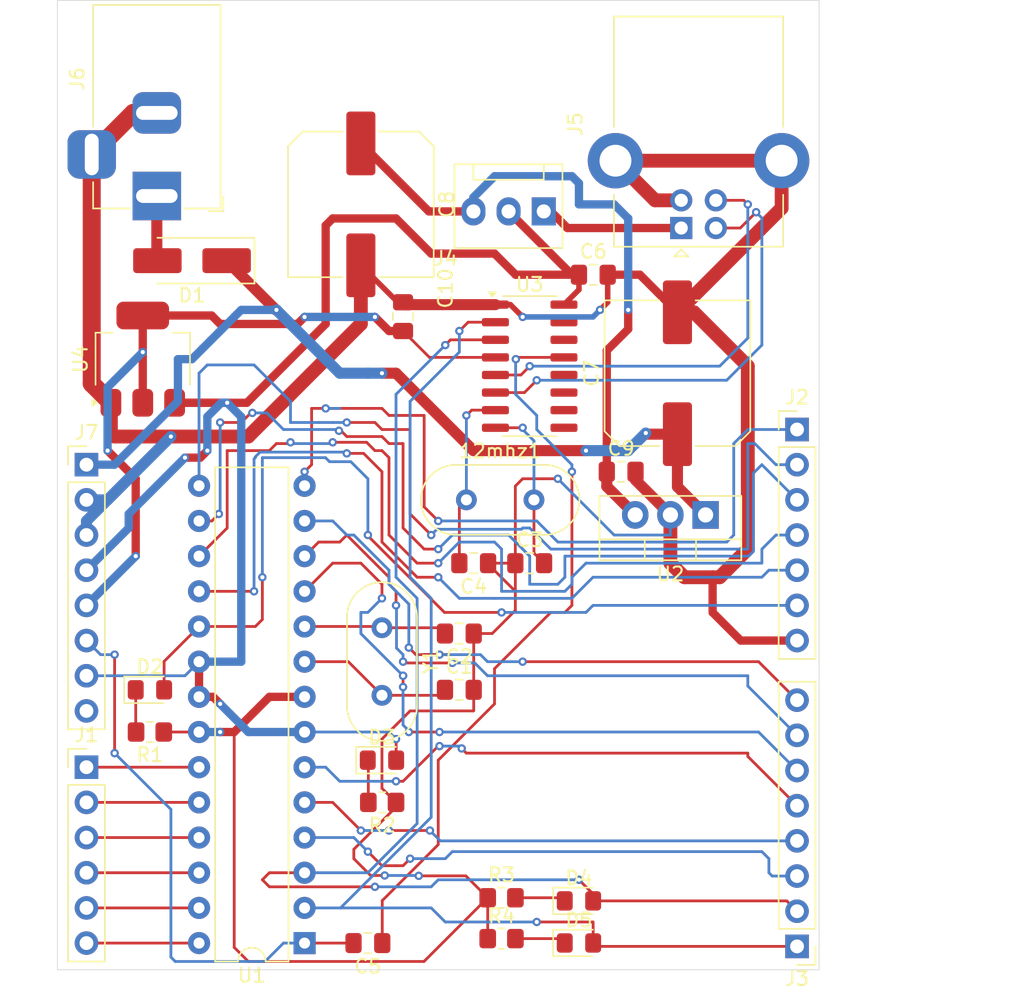
<source format=kicad_pcb>
(kicad_pcb (version 20240108) (generator "pcbnew") (generator_version "8.0")
  (layers (0 "F.Cu" signal) (31 "B.Cu" signal) (34 "B.Paste" user) (35 "F.Paste" user) (36 "B.SilkS" user "B.Silkscreen") (37 "F.SilkS" user "F.Silkscreen") (38 "B.Mask" user) (39 "F.Mask" user) (44 "Edge.Cuts" user))
  (net 0 "")
  (net 1 "Net-(U1-XTAL1{slash}PB6)")
  (net 2 "GND")
  (net 3 "Net-(U1-XTAL2{slash}PB7)")
  (net 4 "Net-(U3-XO)")
  (net 5 "Net-(U3-XI)")
  (net 6 "RST")
  (net 7 "Net-(U3-~{DTR})")
  (net 8 "VCC")
  (net 9 "VIN")
  (net 10 "5V")
  (net 11 "3.3V")
  (net 12 "Net-(D1-A)")
  (net 13 "D13")
  (net 14 "Net-(D2-K)")
  (net 15 "Net-(D3-K)")
  (net 16 "Net-(D4-K)")
  (net 17 "TXD")
  (net 18 "RXD")
  (net 19 "Net-(D5-K)")
  (net 20 "5VU")
  (net 21 "A5")
  (net 22 "A4")
  (net 23 "A1")
  (net 24 "A2")
  (net 25 "A0")
  (net 26 "A3")
  (net 27 "D8")
  (net 28 "D12")
  (net 29 "D9")
  (net 30 "D11")
  (net 31 "D10")
  (net 32 "D2")
  (net 33 "D6")
  (net 34 "D5")
  (net 35 "D7")
  (net 36 "D4")
  (net 37 "D3")
  (net 38 "Net-(J5-D-)")
  (net 39 "Net-(J5-D+)")
  (footprint "Connector_PinHeader_2.54mm:PinHeader_1x08_P2.54mm_Vertical" (layer "F.Cu") (at 59.436 97.536)
    (property "Reference" "J7")
    (property "Value" "Conn_01x08_Pin")
  )
  (footprint "LED_SMD:LED_0805_2012Metric_Pad1.15x1.40mm_HandSolder" (layer "F.Cu") (at 80.772 118.872)
    (property "Reference" "D3")
    (property "Value" "LED")
  )
  (footprint "Capacitor_SMD:C_Elec_10x10.2" (layer "F.Cu") (at 102.108 90.932 90)
    (property "Reference" "C7")
    (property "Value" "100uF")
  )
  (footprint "Crystal:Crystal_HC49-4H_Vertical" (layer "F.Cu") (at 80.772 109.31 -90)
    (property "Reference" "Y1")
    (property "Value" "Crystal")
  )
  (footprint "Resistor_SMD:R_0805_2012Metric_Pad1.20x1.40mm_HandSolder" (layer "F.Cu") (at 89.408 128.807)
    (property "Reference" "R3")
    (property "Value" "330R")
  )
  (footprint "Capacitor_SMD:C_0805_2012Metric_Pad1.18x1.45mm_HandSolder" (layer "F.Cu") (at 96.0335 83.82)
    (property "Reference" "C6")
    (property "Value" "100nF")
  )
  (footprint "LED_SMD:LED_0805_2012Metric_Pad1.15x1.40mm_HandSolder" (layer "F.Cu") (at 94.996 129.032)
    (property "Reference" "D4")
    (property "Value" "LED")
  )
  (footprint "Capacitor_SMD:C_0805_2012Metric_Pad1.18x1.45mm_HandSolder" (layer "F.Cu") (at 86.36 109.728 180)
    (property "Reference" "C2")
    (property "Value" "22pf")
  )
  (footprint "Package_DIP:DIP-28_W7.62mm" (layer "F.Cu") (at 75.184 132.08 180)
    (property "Reference" "U1")
    (property "Value" "ATmega328-P")
  )
  (footprint "LED_SMD:LED_0805_2012Metric_Pad1.15x1.40mm_HandSolder" (layer "F.Cu") (at 94.996 132.072)
    (property "Reference" "D5")
    (property "Value" "LED")
  )
  (footprint "Connector_PinHeader_2.54mm:PinHeader_1x06_P2.54mm_Vertical" (layer "F.Cu") (at 59.436 119.38)
    (property "Reference" "J1")
    (property "Value" "Conn_01x06_Pin")
  )
  (footprint "Capacitor_SMD:C_0805_2012Metric_Pad1.18x1.45mm_HandSolder" (layer "F.Cu") (at 86.36 113.792)
    (property "Reference" "C1")
    (property "Value" "22pf")
  )
  (footprint "LED_SMD:LED_0805_2012Metric_Pad1.15x1.40mm_HandSolder" (layer "F.Cu") (at 64.017 113.792)
    (property "Reference" "D2")
    (property "Value" "LED")
  )
  (footprint "Connector:FanPinHeader_1x03_P2.54mm_Vertical" (layer "F.Cu") (at 92.456 79.248 180)
    (property "Reference" "J4")
    (property "Value" "Conn_01x03_Pin")
  )
  (footprint "Package_SO:SOIC-16_3.9x9.9mm_P1.27mm" (layer "F.Cu") (at 91.44 90.424)
    (property "Reference" "U3")
    (property "Value" "CH340G")
  )
  (footprint "Connector_USB:USB_B_Lumberg_2411_02_Horizontal" (layer "F.Cu") (at 102.382 80.4475 90)
    (property "Reference" "J5")
    (property "Value" "USB_B")
  )
  (footprint "Capacitor_SMD:C_Elec_10x10.2" (layer "F.Cu") (at 79.248 78.74 -90)
    (property "Reference" "C8")
    (property "Value" "100uF")
  )
  (footprint "Connector_PinHeader_2.54mm:PinHeader_1x08_P2.54mm_Vertical" (layer "F.Cu") (at 110.744 132.319 180)
    (property "Reference" "J3")
    (property "Value" "Conn_01x08_Pin")
  )
  (footprint "Diode_SMD:D_SMA_Handsoldering" (layer "F.Cu") (at 67.056 82.804 180)
    (property "Reference" "D1")
    (property "Value" "IN4007")
  )
  (footprint "Crystal:Crystal_HC49-4H_Vertical" (layer "F.Cu") (at 86.868 100.076)
    (property "Reference" "12mhz1")
    (property "Value" "Crystal")
  )
  (footprint "Resistor_SMD:R_0805_2012Metric_Pad1.20x1.40mm_HandSolder" (layer "F.Cu") (at 80.788 121.92 180)
    (property "Reference" "R2")
    (property "Value" "330R")
  )
  (footprint "Resistor_SMD:R_0805_2012Metric_Pad1.20x1.40mm_HandSolder" (layer "F.Cu") (at 89.408 131.757)
    (property "Reference" "R4")
    (property "Value" "330R")
  )
  (footprint "Connector_BarrelJack:BarrelJack_Horizontal" (layer "F.Cu") (at 64.516 78.136 -90)
    (property "Reference" "J6")
    (property "Value" "Barrel_Jack_Switch")
  )
  (footprint "Package_TO_SOT_THT:TO-220-3_Vertical" (layer "F.Cu") (at 104.14 101.163 180)
    (property "Reference" "U2")
    (property "Value" "LM7805_TO220")
  )
  (footprint "Capacitor_SMD:C_0805_2012Metric_Pad1.18x1.45mm_HandSolder" (layer "F.Cu") (at 82.296 86.8465 90)
    (property "Reference" "C10")
    (property "Value" "100nF")
  )
  (footprint "Resistor_SMD:R_0805_2012Metric_Pad1.20x1.40mm_HandSolder" (layer "F.Cu") (at 64.017 116.84 180)
    (property "Reference" "R1")
    (property "Value" "330R")
  )
  (footprint "Capacitor_SMD:C_0805_2012Metric_Pad1.18x1.45mm_HandSolder" (layer "F.Cu") (at 79.756 132.08 180)
    (property "Reference" "C5")
    (property "Value" "100nF")
  )
  (footprint "Capacitor_SMD:C_0805_2012Metric_Pad1.18x1.45mm_HandSolder" (layer "F.Cu") (at 98.044 98.044)
    (property "Reference" "C9")
    (property "Value" "100nF")
  )
  (footprint "Package_TO_SOT_SMD:SOT-223-3_TabPin2" (layer "F.Cu") (at 63.5 89.916 90)
    (property "Reference" "U4")
    (property "Value" "AMS1117-3.3")
  )
  (footprint "Capacitor_SMD:C_0805_2012Metric_Pad1.18x1.45mm_HandSolder" (layer "F.Cu") (at 91.44 104.648)
    (property "Reference" "C3")
    (property "Value" "22pf")
  )
  (footprint "Capacitor_SMD:C_0805_2012Metric_Pad1.18x1.45mm_HandSolder" (layer "F.Cu") (at 87.3975 104.648 180)
    (property "Reference" "C4")
    (property "Value" "22pf")
  )
  (footprint "Connector_PinHeader_2.54mm:PinHeader_1x07_P2.54mm_Vertical" (layer "F.Cu") (at 110.744 94.996)
    (property "Reference" "J2")
    (property "Value" "Conn_01x07_Pin")
  )
  (gr_rect (start 57.336 64.008) (end 112.336 134.008) (stroke (width 0.05)) (fill none) (layer "Edge.Cuts"))
  (segment (start 80.772 114.19) (end 84.9245 114.19) (width 0.2) (layer "F.Cu") (net 1))
  (segment (start 84.9245 114.19) (end 85.3225 113.792) (width 0.2) (layer "F.Cu") (net 1))
  (segment (start 78.342 111.76) (end 80.772 114.19) (width 0.2) (layer "F.Cu") (net 1))
  (segment (start 75.184 111.76) (end 78.342 111.76) (width 0.2) (layer "F.Cu") (net 1))
  (segment (start 71.12 95.504) (end 65.532 95.504) (width 1) (layer "F.Cu") (net 2))
  (segment (start 104.648 108.204) (end 104.648 105.664) (width 0.6) (layer "F.Cu") (net 2))
  (segment (start 88.408 131.757) (end 88.408 128.807) (width 0.2) (layer "F.Cu") (net 2))
  (segment (start 102.616 105.664) (end 101.6 104.648) (width 1) (layer "F.Cu") (net 2))
  (segment (start 102.108 86.532) (end 103.296 86.532) (width 1) (layer "F.Cu") (net 2))
  (segment (start 82.804 115.316) (end 87.376 115.316) (width 0.2) (layer "F.Cu") (net 2))
  (segment (start 79.248 83.14) (end 79.248 87.376) (width 1) (layer "F.Cu") (net 2))
  (segment (start 81.788 121.92) (end 80.772 120.904) (width 0.2) (layer "F.Cu") (net 2))
  (segment (start 90.4025 99.0815) (end 90.4025 104.648) (width 0.2) (layer "F.Cu") (net 2))
  (segment (start 86.825265 127.224265) (end 88.408 128.807) (width 0.2) (layer "F.Cu") (net 2))
  (segment (start 61.468 95.504) (end 61.2 95.236) (width 1) (layer "F.Cu") (net 2))
  (segment (start 99.0815 98.044) (end 99.0815 98.6445) (width 0.8) (layer "F.Cu") (net 2))
  (segment (start 110.744 110.236) (end 106.68 110.236) (width 0.6) (layer "F.Cu") (net 2))
  (segment (start 78.74 125.984) (end 78.74 125.308529) (width 0.2) (layer "F.Cu") (net 2))
  (segment (start 71.12 133.408) (end 70.104 132.392) (width 0.2) (layer "F.Cu") (net 2))
  (segment (start 90.4025 104.648) (end 90.4025 106.68) (width 0.2) (layer "F.Cu") (net 2))
  (segment (start 99.396 83.82) (end 102.108 86.532) (width 0.6) (layer "F.Cu") (net 2))
  (segment (start 97.632 75.5875) (end 109.632 75.5875) (width 1) (layer "F.Cu") (net 2))
  (segment (start 87.3975 109.728) (end 87.3975 113.792) (width 0.2) (layer "F.Cu") (net 2))
  (segment (start 99.0815 98.6445) (end 101.6 101.163) (width 0.8) (layer "F.Cu") (net 2))
  (segment (start 87.3975 115.2945) (end 87.3975 113.792) (width 0.2) (layer "F.Cu") (net 2))
  (segment (start 59.816 91.682) (end 61.2 93.066) (width 1.3) (layer "F.Cu") (net 2))
  (segment (start 92.456 98.552) (end 93.472 98.552) (width 0.2) (layer "F.Cu") (net 2))
  (segment (start 78.74 125.308529) (end 81.788 122.260529) (width 0.2) (layer "F.Cu") (net 2))
  (segment (start 83.807 133.408) (end 71.12 133.408) (width 0.2) (layer "F.Cu") (net 2))
  (segment (start 82.466 85.979) (end 82.296 85.809) (width 0.8) (layer "F.Cu") (net 2))
  (segment (start 103.296 86.532) (end 107.188 90.424) (width 1) (layer "F.Cu") (net 2))
  (segment (start 106.68 110.236) (end 104.648 108.204) (width 0.6) (layer "F.Cu") (net 2))
  (segment (start 90.4025 104.648) (end 88.435 104.648) (width 0.2) (layer "F.Cu") (net 2))
  (segment (start 79.248 87.376) (end 71.12 95.504) (width 1) (layer "F.Cu") (net 2))
  (segment (start 90.4025 106.68) (end 90.4025 108.058029) (width 0.2) (layer "F.Cu") (net 2))
  (segment (start 97.071 83.82) (end 97.071 85.809) (width 0.4) (layer "F.Cu") (net 2))
  (segment (start 88.965 85.979) (end 90.043 85.979) (width 0.4) (layer "F.Cu") (net 2))
  (segment (start 88.435 104.7125) (end 90.4025 106.68) (width 0.2) (layer "F.Cu") (net 2))
  (segment (start 72.644 114.3) (end 75.184 114.3) (width 0.6) (layer "F.Cu") (net 2))
  (segment (start 109.632 79.008) (end 102.108 86.532) (width 1) (layer "F.Cu") (net 2))
  (segment (start 88.965 85.979) (end 82.466 85.979) (width 0.8) (layer "F.Cu") (net 2))
  (segment (start 79.955108 127.199108) (end 78.74 125.984) (width 0.2) (layer "F.Cu") (net 2))
  (segment (start 69.088 116.84) (end 70.104 116.84) (width 0.6) (layer "F.Cu") (net 2))
  (segment (start 90.932 98.552) (end 90.4025 99.0815) (width 0.2) (layer "F.Cu") (net 2))
  (segment (start 81.788 122.260529) (end 81.788 121.92) (width 0.2) (layer "F.Cu") (net 2))
  (segment (start 80.772 120.904) (end 80.772 117.348) (width 0.2) (layer "F.Cu") (net 2))
  (segment (start 88.435 104.648) (end 88.435 104.7125) (width 0.2) (layer "F.Cu") (net 2))
  (segment (start 90.043 85.979) (end 90.932 86.868) (width 0.4) (layer "F.Cu") (net 2))
  (segment (start 80.772 117.348) (end 82.804 115.316) (width 0.2) (layer "F.Cu") (net 2))
  (segment (start 59.816 75.136) (end 59.816 91.682) (width 1.3) (layer "F.Cu") (net 2))
  (segment (start 87.376 115.316) (end 87.3975 115.2945) (width 0.2) (layer "F.Cu") (net 2))
  (segment (start 104.648 105.664) (end 102.616 105.664) (width 1) (layer "F.Cu") (net 2))
  (segment (start 62.816 72.136) (end 59.816 75.136) (width 1.3) (layer "F.Cu") (net 2))
  (segment (start 100.492 78.4475) (end 97.632 75.5875) (width 1) (layer "F.Cu") (net 2))
  (segment (start 109.632 75.5875) (end 109.632 79.008) (width 1) (layer "F.Cu") (net 2))
  (segment (start 70.104 116.84) (end 72.644 114.3) (width 0.6) (layer "F.Cu") (net 2))
  (segment (start 101.6 104.648) (end 101.6 101.163) (width 1) (layer "F.Cu") (net 2))
  (segment (start 88.732529 109.728) (end 87.3975 109.728) (width 0.2) (layer "F.Cu") (net 2))
  (segment (start 90.4025 108.058029) (end 88.732529 109.728) (width 0.2) (layer "F.Cu") (net 2))
  (segment (start 79.248 83.14) (end 81.917 85.809) (width 0.4) (layer "F.Cu") (net 2))
  (segment (start 102.382 78.4475) (end 100.492 78.4475) (width 1) (layer "F.Cu") (net 2))
  (segment (start 81.917 85.809) (end 82.296 85.809) (width 0.4) (layer "F.Cu") (net 2))
  (segment (start 83.428265 127.224265) (end 86.825265 127.224265) (width 0.2) (layer "F.Cu") (net 2))
  (segment (start 70.104 132.392) (end 70.104 116.84) (width 0.2) (layer "F.Cu") (net 2))
  (segment (start 65.017 116.84) (end 67.564 116.84) (width 0.2) (layer "F.Cu") (net 2))
  (segment (start 80.971108 127.199108) (end 79.955108 127.199108) (width 0.2) (layer "F.Cu") (net 2))
  (segment (start 107.188 90.424) (end 107.188 103.632) (width 1) (layer "F.Cu") (net 2))
  (segment (start 107.188 103.632) (end 105.156 105.664) (width 1) (layer "F.Cu") (net 2))
  (segment (start 97.071 83.82) (end 99.396 83.82) (width 0.6) (layer "F.Cu") (net 2))
  (segment (start 88.408 128.807) (end 83.807 133.408) (width 0.2) (layer "F.Cu") (net 2))
  (segment (start 64.516 72.136) (end 62.816 72.136) (width 1.3) (layer "F.Cu") (net 2))
  (segment (start 105.156 105.664) (end 104.648 105.664) (width 1) (layer "F.Cu") (net 2))
  (segment (start 90.932 98.552) (end 92.456 98.552) (width 0.2) (layer "F.Cu") (net 2))
  (segment (start 97.071 85.809) (end 96.52 86.36) (width 0.4) (layer "F.Cu") (net 2))
  (segment (start 65.532 95.504) (end 61.468 95.504) (width 1) (layer "F.Cu") (net 2))
  (segment (start 61.2 95.236) (end 61.2 93.066) (width 1) (layer "F.Cu") (net 2))
  (via (at 69.088 116.84) (size 0.6) (drill 0.3) (layers "F.Cu" "B.Cu") (net 2))
  (via (at 83.428265 127.224265) (size 0.6) (drill 0.3) (layers "F.Cu" "B.Cu") (net 2))
  (via (at 80.971108 127.199108) (size 0.6) (drill 0.3) (layers "F.Cu" "B.Cu") (net 2))
  (via (at 93.472 98.552) (size 0.6) (drill 0.3) (layers "F.Cu" "B.Cu") (net 2))
  (via (at 96.52 86.36) (size 0.6) (drill 0.3) (layers "F.Cu" "B.Cu") (net 2))
  (via (at 90.932 86.868) (size 0.6) (drill 0.3) (layers "F.Cu" "B.Cu") (net 2))
  (via (at 65.532 95.504) (size 0.6) (drill 0.3) (layers "F.Cu" "B.Cu") (net 2))
  (segment (start 60.96 100.076) (end 62.738 98.298) (width 0.8) (layer "B.Cu") (net 2))
  (segment (start 62.738 98.298) (end 59.436 101.6) (width 0.8) (layer "B.Cu") (net 2))
  (segment (start 81.062216 127.108) (end 80.971108 127.199108) (width 0.2) (layer "B.Cu") (net 2))
  (segment (start 59.436 100.076) (end 60.96 100.076) (width 0.8) (layer "B.Cu") (net 2))
  (segment (start 96.012 86.868) (end 90.932 86.868) (width 0.4) (layer "B.Cu") (net 2))
  (segment (start 101.6 102.616) (end 101.6 101.163) (width 0.2) (layer "B.Cu") (net 2))
  (segment (start 96.52 86.36) (end 96.012 86.868) (width 0.4) (layer "B.Cu") (net 2))
  (segment (start 69.088 116.84) (end 67.564 116.84) (width 0.6) (layer "B.Cu") (net 2))
  (segment (start 83.428265 127.224265) (end 83.403108 127.199108) (width 0.2) (layer "B.Cu") (net 2))
  (segment (start 59.436 101.6) (end 59.436 102.616) (width 0.8) (layer "B.Cu") (net 2))
  (segment (start 83.428265 127.224265) (end 83.312 127.108) (width 0.2) (layer "B.Cu") (net 2))
  (segment (start 62.738 98.298) (end 65.532 95.504) (width 0.8) (layer "B.Cu") (net 2))
  (segment (start 93.472 98.552) (end 97.536 102.616) (width 0.2) (layer "B.Cu") (net 2))
  (segment (start 83.403108 127.199108) (end 80.971108 127.199108) (width 0.2) (layer "B.Cu") (net 2))
  (segment (start 97.536 102.616) (end 101.6 102.616) (width 0.2) (layer "B.Cu") (net 2))
  (segment (start 80.772 109.31) (end 84.9045 109.31) (width 0.2) (layer "F.Cu") (net 3))
  (segment (start 84.9045 109.31) (end 85.3225 109.728) (width 0.2) (layer "F.Cu") (net 3))
  (segment (start 80.682 109.22) (end 80.772 109.31) (width 0.2) (layer "F.Cu") (net 3))
  (segment (start 75.184 109.22) (end 80.682 109.22) (width 0.2) (layer "F.Cu") (net 3))
  (segment (start 91.748 100.076) (end 91.748 103.9185) (width 0.2) (layer "F.Cu") (net 4))
  (segment (start 90.932 94.869) (end 88.965 94.869) (width 0.2) (layer "F.Cu") (net 4))
  (segment (start 91.748 103.9185) (end 92.4775 104.648) (width 0.2) (layer "F.Cu") (net 4))
  (via (at 90.932 94.869) (size 0.6) (drill 0.3) (layers "F.Cu" "B.Cu") (net 4))
  (segment (start 91.748 95.812) (end 91.748 100.076) (width 0.2) (layer "B.Cu") (net 4))
  (segment (start 90.932 94.869) (end 90.932 94.996) (width 0.2) (layer "B.Cu") (net 4))
  (segment (start 90.932 94.996) (end 91.748 95.812) (width 0.2) (layer "B.Cu") (net 4))
  (segment (start 87.249 93.599) (end 86.868 93.98) (width 0.2) (layer "F.Cu") (net 5))
  (segment (start 86.36 104.648) (end 86.36 100.584) (width 0.2) (layer "F.Cu") (net 5))
  (segment (start 86.36 100.584) (end 86.868 100.076) (width 0.2) (layer "F.Cu") (net 5))
  (segment (start 88.965 93.599) (end 87.249 93.599) (width 0.2) (layer "F.Cu") (net 5))
  (via (at 86.868 93.98) (size 0.6) (drill 0.3) (layers "F.Cu" "B.Cu") (net 5))
  (segment (start 86.868 93.98) (end 86.868 100.076) (width 0.2) (layer "B.Cu") (net 5))
  (segment (start 75.184 132.08) (end 78.7185 132.08) (width 0.2) (layer "F.Cu") (net 6))
  (segment (start 61.468 111.252) (end 61.468 118.364) (width 0.2) (layer "F.Cu") (net 6))
  (via (at 61.468 118.364) (size 0.6) (drill 0.3) (layers "F.Cu" "B.Cu") (net 6))
  (via (at 61.468 111.252) (size 0.6) (drill 0.3) (layers "F.Cu" "B.Cu") (net 6))
  (segment (start 65.532 122.428) (end 65.532 133.096) (width 0.2) (layer "B.Cu") (net 6))
  (segment (start 60.452 111.252) (end 61.468 111.252) (width 0.2) (layer "B.Cu") (net 6))
  (segment (start 72.332 133.408) (end 73.66 132.08) (width 0.2) (layer "B.Cu") (net 6))
  (segment (start 65.844 133.408) (end 72.332 133.408) (width 0.2) (layer "B.Cu") (net 6))
  (segment (start 61.468 118.364) (end 65.532 122.428) (width 0.2) (layer "B.Cu") (net 6))
  (segment (start 73.66 132.08) (end 75.184 132.08) (width 0.2) (layer "B.Cu") (net 6))
  (segment (start 65.532 133.096) (end 65.844 133.408) (width 0.2) (layer "B.Cu") (net 6))
  (segment (start 59.436 110.236) (end 60.452 111.252) (width 0.2) (layer "B.Cu") (net 6))
  (segment (start 93.98 108.204) (end 94.488 107.696) (width 0.2) (layer "F.Cu") (net 7))
  (segment (start 88.392 115.316) (end 88.9 114.808) (width 0.2) (layer "F.Cu") (net 7))
  (segment (start 88.9 112.268) (end 92.964 108.204) (width 0.2) (layer "F.Cu") (net 7))
  (segment (start 94.488 107.696) (end 94.488 98.044) (width 0.2) (layer "F.Cu") (net 7))
  (segment (start 84.836 118.872) (end 88.392 115.316) (width 0.2) (layer "F.Cu") (net 7))
  (segment (start 92.964 108.204) (end 93.98 108.204) (width 0.2) (layer "F.Cu") (net 7))
  (segment (start 80.7935 129.0105) (end 84.836 124.968) (width 0.2) (layer "F.Cu") (net 7))
  (segment (start 88.9 114.808) (end 88.9 112.268) (width 0.2) (layer "F.Cu") (net 7))
  (segment (start 80.7935 132.08) (end 80.7935 129.0105) (width 0.2) (layer "F.Cu") (net 7))
  (segment (start 84.836 124.968) (end 84.836 118.872) (width 0.2) (layer "F.Cu") (net 7))
  (segment (start 93.915 89.789) (end 90.567 89.789) (width 0.2) (layer "F.Cu") (net 7))
  (segment (start 90.567 89.789) (end 90.44 89.916) (width 0.2) (layer "F.Cu") (net 7))
  (via (at 90.44 89.916) (size 0.6) (drill 0.3) (layers "F.Cu" "B.Cu") (net 7))
  (via (at 94.488 98.044) (size 0.6) (drill 0.3) (layers "F.Cu" "B.Cu") (net 7))
  (segment (start 91.948 94.996) (end 91.948 93.98) (width 0.2) (layer "B.Cu") (net 7))
  (segment (start 91.948 93.98) (end 90.424 92.456) (width 0.2) (layer "B.Cu") (net 7))
  (segment (start 90.424 92.456) (end 90.424 89.916) (width 0.2) (layer "B.Cu") (net 7))
  (segment (start 90.424 89.916) (end 90.44 89.916) (width 0.2) (layer "B.Cu") (net 7))
  (segment (start 94.488 98.044) (end 94.488 97.536) (width 0.2) (layer "B.Cu") (net 7))
  (segment (start 94.488 97.536) (end 91.948 94.996) (width 0.2) (layer "B.Cu") (net 7))
  (segment (start 81.797 118.872) (end 81.797 117.357) (width 0.2) (layer "F.Cu") (net 8))
  (segment (start 84.328 82.296) (end 88.9 82.296) (width 0.6) (layer "F.Cu") (net 8))
  (segment (start 94.996 84.898) (end 94.996 83.82) (width 0.4) (layer "F.Cu") (net 8))
  (segment (start 90.424 83.82) (end 94.996 83.82) (width 0.6) (layer "F.Cu") (net 8))
  (segment (start 69.596 93.066) (end 65.8 93.066) (width 0.6) (layer "F.Cu") (net 8))
  (segment (start 76.708 80.264) (end 77.216 79.756) (width 0.6) (layer "F.Cu") (net 8))
  (segment (start 93.915 85.979) (end 94.996 84.898) (width 0.4) (layer "F.Cu") (net 8))
  (segment (start 67.564 114.3) (end 68.58 114.3) (width 0.6) (layer "F.Cu") (net 8))
  (segment (start 81.797 117.357) (end 81.788 117.348) (width 0.2) (layer "F.Cu") (net 8))
  (segment (start 89.916 79.248) (end 94.488 83.82) (width 0.6) (layer "F.Cu") (net 8))
  (segment (start 67.564 111.76) (end 67.564 114.3) (width 0.6) (layer "F.Cu") (net 8))
  (segment (start 81.788 79.756) (end 84.328 82.296) (width 0.6) (layer "F.Cu") (net 8))
  (segment (start 67.656 97.028) (end 68.164 96.52) (width 0.6) (layer "F.Cu") (net 8))
  (segment (start 68.58 114.3) (end 69.088 114.808) (width 0.6) (layer "F.Cu") (net 8))
  (segment (start 88.9 82.296) (end 90.424 83.82) (width 0.6) (layer "F.Cu") (net 8))
  (segment (start 65.8 93.066) (end 71.018 93.066) (width 0.6) (layer "F.Cu") (net 8))
  (segment (start 76.708 87.376) (end 76.708 80.264) (width 0.6) (layer "F.Cu") (net 8))
  (segment (start 77.216 79.756) (end 81.788 79.756) (width 0.6) (layer "F.Cu") (net 8))
  (segment (start 66.548 97.028) (end 67.656 97.028) (width 0.6) (layer "F.Cu") (net 8))
  (segment (start 71.018 93.066) (end 76.708 87.376) (width 0.6) (layer "F.Cu") (net 8))
  (segment (start 94.488 83.82) (end 94.996 83.82) (width 0.6) (layer "F.Cu") (net 8))
  (via (at 81.788 117.348) (size 0.6) (drill 0.3) (layers "F.Cu" "B.Cu") (net 8))
  (via (at 69.088 114.808) (size 0.6) (drill 0.3) (layers "F.Cu" "B.Cu") (net 8))
  (via (at 68.164 96.52) (size 0.6) (drill 0.3) (layers "F.Cu" "B.Cu") (net 8))
  (via (at 69.596 93.066) (size 0.6) (drill 0.3) (layers "F.Cu" "B.Cu") (net 8))
  (via (at 66.548 97.028) (size 0.6) (drill 0.3) (layers "F.Cu" "B.Cu") (net 8))
  (segment (start 66.548 112.776) (end 67.564 111.76) (width 0.2) (layer "B.Cu") (net 8))
  (segment (start 68.164 94.072) (end 69.17 93.066) (width 0.6) (layer "B.Cu") (net 8))
  (segment (start 81.28 116.84) (end 75.184 116.84) (width 0.2) (layer "B.Cu") (net 8))
  (segment (start 69.17 93.066) (end 69.596 93.066) (width 0.6) (layer "B.Cu") (net 8))
  (segment (start 62.484 101.092) (end 62.484 102.108) (width 0.6) (layer "B.Cu") (net 8))
  (segment (start 66.548 97.028) (end 62.484 101.092) (width 0.6) (layer "B.Cu") (net 8))
  (segment (start 71.12 116.84) (end 75.184 116.84) (width 0.6) (layer "B.Cu") (net 8))
  (segment (start 69.596 93.066) (end 70.612 94.082) (width 0.6) (layer "B.Cu") (net 8))
  (segment (start 70.612 111.76) (end 67.564 111.76) (width 0.6) (layer "B.Cu") (net 8))
  (segment (start 70.612 94.082) (end 70.612 111.76) (width 0.6) (layer "B.Cu") (net 8))
  (segment (start 69.088 114.808) (end 71.12 116.84) (width 0.6) (layer "B.Cu") (net 8))
  (segment (start 68.164 96.52) (end 68.164 94.072) (width 0.6) (layer "B.Cu") (net 8))
  (segment (start 59.436 112.776) (end 66.548 112.776) (width 0.2) (layer "B.Cu") (net 8))
  (segment (start 62.484 102.108) (end 59.436 105.156) (width 0.6) (layer "B.Cu") (net 8))
  (segment (start 81.788 117.348) (end 81.28 116.84) (width 0.2) (layer "B.Cu") (net 8))
  (segment (start 99.904 95.332) (end 102.108 95.332) (width 0.8) (layer "F.Cu") (net 9))
  (segment (start 102.108 95.332) (end 102.108 99.131) (width 0.8) (layer "F.Cu") (net 9))
  (segment (start 87.376 96.52) (end 95.504 96.52) (width 0.8) (layer "F.Cu") (net 9))
  (segment (start 80.772 90.932) (end 81.788 90.932) (width 0.8) (layer "F.Cu") (net 9))
  (segment (start 99.822 95.25) (end 99.904 95.332) (width 0.2) (layer "F.Cu") (net 9))
  (segment (start 69.556 82.804) (end 73.112 86.36) (width 0.8) (layer "F.Cu") (net 9))
  (segment (start 73.112 86.36) (end 73.152 86.36) (width 0.8) (layer "F.Cu") (net 9))
  (segment (start 102.108 99.131) (end 104.14 101.163) (width 0.8) (layer "F.Cu") (net 9))
  (segment (start 81.788 90.932) (end 87.376 96.52) (width 0.8) (layer "F.Cu") (net 9))
  (via (at 99.822 95.25) (size 0.6) (drill 0.3) (layers "F.Cu" "B.Cu") (net 9))
  (via (at 95.504 96.52) (size 0.6) (drill 0.3) (layers "F.Cu" "B.Cu") (net 9))
  (via (at 73.152 86.36) (size 0.6) (drill 0.3) (layers "F.Cu" "B.Cu") (net 9))
  (via (at 80.772 90.932) (size 0.6) (drill 0.3) (layers "F.Cu" "B.Cu") (net 9))
  (segment (start 98.552 96.52) (end 95.504 96.52) (width 0.8) (layer "B.Cu") (net 9))
  (segment (start 67.056 89.916) (end 70.612 86.36) (width 0.6) (layer "B.Cu") (net 9))
  (segment (start 73.152 86.36) (end 77.724 90.932) (width 0.8) (layer "B.Cu") (net 9))
  (segment (start 99.822 95.25) (end 98.552 96.52) (width 0.8) (layer "B.Cu") (net 9))
  (segment (start 61.468 97.536) (end 66.04 92.964) (width 0.6) (layer "B.Cu") (net 9))
  (segment (start 70.612 86.36) (end 73.152 86.36) (width 0.6) (layer "B.Cu") (net 9))
  (segment (start 59.436 97.536) (end 61.468 97.536) (width 0.6) (layer "B.Cu") (net 9))
  (segment (start 79.756 90.932) (end 80.772 90.932) (width 0.8) (layer "B.Cu") (net 9))
  (segment (start 66.04 89.916) (end 67.056 89.916) (width 0.6) (layer "B.Cu") (net 9))
  (segment (start 66.04 92.964) (end 66.04 89.916) (width 0.6) (layer "B.Cu") (net 9))
  (segment (start 77.724 90.932) (end 79.756 90.932) (width 0.8) (layer "B.Cu") (net 9))
  (segment (start 98.552 87.749) (end 98.552 86.36) (width 0.6) (layer "F.Cu") (net 10))
  (segment (start 97.0065 99.1095) (end 97.0065 98.044) (width 0.8) (layer "F.Cu") (net 10))
  (segment (start 97.0065 89.2945) (end 98.552 87.749) (width 0.6) (layer "F.Cu") (net 10))
  (segment (start 99.06 101.163) (end 97.0065 99.1095) (width 0.8) (layer "F.Cu") (net 10))
  (segment (start 84.156 79.248) (end 79.248 74.34) (width 0.6) (layer "F.Cu") (net 10))
  (segment (start 97.0065 98.044) (end 97.0065 89.2945) (width 0.6) (layer "F.Cu") (net 10))
  (segment (start 87.376 79.248) (end 84.156 79.248) (width 0.6) (layer "F.Cu") (net 10))
  (via (at 98.552 86.36) (size 0.6) (drill 0.3) (layers "F.Cu" "B.Cu") (net 10))
  (segment (start 87.376 78.232) (end 87.376 79.248) (width 0.6) (layer "B.Cu") (net 10))
  (segment (start 94.996 77.216) (end 94.488 76.708) (width 0.6) (layer "B.Cu") (net 10))
  (segment (start 98.552 79.756) (end 98.547808 79.756) (width 0.6) (layer "B.Cu") (net 10))
  (segment (start 94.488 76.708) (end 88.9 76.708) (width 0.6) (layer "B.Cu") (net 10))
  (segment (start 97.531808 78.74) (end 94.996 78.74) (width 0.6) (layer "B.Cu") (net 10))
  (segment (start 98.547808 79.756) (end 97.531808 78.74) (width 0.6) (layer "B.Cu") (net 10))
  (segment (start 88.9 76.708) (end 87.376 78.232) (width 0.6) (layer "B.Cu") (net 10))
  (segment (start 94.996 78.74) (end 94.996 77.216) (width 0.6) (layer "B.Cu") (net 10))
  (segment (start 98.552 86.36) (end 98.552 79.756) (width 0.6) (layer "B.Cu") (net 10))
  (segment (start 62.992 98.552) (end 62.992 104.14) (width 0.6) (layer "F.Cu") (net 11))
  (segment (start 63.5 89.408) (end 63.5 86.766) (width 0.6) (layer "F.Cu") (net 11))
  (segment (start 63.5 93.066) (end 63.5 89.408) (width 0.6) (layer "F.Cu") (net 11))
  (segment (start 69.088 87.376) (end 74.676 87.376) (width 0.6) (layer "F.Cu") (net 11))
  (segment (start 84.201 89.789) (end 82.296 87.884) (width 0.2) (layer "F.Cu") (net 11))
  (segment (start 63.5 86.766) (end 68.478 86.766) (width 0.6) (layer "F.Cu") (net 11))
  (segment (start 80.264 86.868) (end 81.28 87.884) (width 0.6) (layer "F.Cu") (net 11))
  (segment (start 81.28 87.884) (end 82.296 87.884) (width 0.6) (layer "F.Cu") (net 11))
  (segment (start 68.478 86.766) (end 69.088 87.376) (width 0.6) (layer "F.Cu") (net 11))
  (segment (start 74.676 87.376) (end 75.184 86.868) (width 0.6) (layer "F.Cu") (net 11))
  (segment (start 60.96 96.52) (end 62.992 98.552) (width 0.6) (layer "F.Cu") (net 11))
  (segment (start 88.965 89.789) (end 84.201 89.789) (width 0.2) (layer "F.Cu") (net 11))
  (via (at 60.96 96.52) (size 0.6) (drill 0.3) (layers "F.Cu" "B.Cu") (net 11))
  (via (at 62.992 104.14) (size 0.6) (drill 0.3) (layers "F.Cu" "B.Cu") (net 11))
  (via (at 63.5 89.408) (size 0.6) (drill 0.3) (layers "F.Cu" "B.Cu") (net 11))
  (via (at 75.184 86.868) (size 0.6) (drill 0.3) (layers "F.Cu" "B.Cu") (net 11))
  (via (at 80.264 86.868) (size 0.6) (drill 0.3) (layers "F.Cu" "B.Cu") (net 11))
  (segment (start 60.96 96.52) (end 60.96 91.948) (width 0.6) (layer "B.Cu") (net 11))
  (segment (start 59.436 107.696) (end 62.992 104.14) (width 0.6) (layer "B.Cu") (net 11))
  (segment (start 75.184 86.868) (end 80.264 86.868) (width 0.6) (layer "B.Cu") (net 11))
  (segment (start 60.96 91.948) (end 63.5 89.408) (width 0.6) (layer "B.Cu") (net 11))
  (segment (start 64.516 78.136) (end 64.516 82.764) (width 0.8) (layer "F.Cu") (net 12))
  (segment (start 64.516 82.764) (end 64.556 82.804) (width 0.8) (layer "F.Cu") (net 12))
  (segment (start 65.042 111.742) (end 67.564 109.22) (width 0.2) (layer "F.Cu") (net 13))
  (segment (start 72.136 108.712) (end 72.136 105.664) (width 0.2) (layer "F.Cu") (net 13))
  (segment (start 85.286314 108.204) (end 89.408 108.204) (width 0.2) (layer "F.Cu") (net 13))
  (segment (start 71.628 109.22) (end 72.136 108.712) (width 0.2) (layer "F.Cu") (net 13))
  (segment (start 79.756 102.616) (end 79.756 102.673686) (width 0.2) (layer "F.Cu") (net 13))
  (segment (start 65.042 113.792) (end 65.042 111.742) (width 0.2) (layer "F.Cu") (net 13))
  (segment (start 79.756 102.673686) (end 85.286314 108.204) (width 0.2) (layer "F.Cu") (net 13))
  (segment (start 67.564 109.22) (end 71.628 109.22) (width 0.2) (layer "F.Cu") (net 13))
  (via (at 72.136 105.664) (size 0.6) (drill 0.3) (layers "F.Cu" "B.Cu") (net 13))
  (via (at 79.756 102.616) (size 0.6) (drill 0.3) (layers "F.Cu" "B.Cu") (net 13))
  (via (at 89.408 108.204) (size 0.6) (drill 0.3) (layers "F.Cu" "B.Cu") (net 13))
  (segment (start 72.136 97.028) (end 72.136 105.664) (width 0.2) (layer "B.Cu") (net 13))
  (segment (start 96.012 107.696) (end 110.744 107.696) (width 0.2) (layer "B.Cu") (net 13))
  (segment (start 79.756 102.616) (end 79.756 98.552) (width 0.2) (layer "B.Cu") (net 13))
  (segment (start 89.408 108.204) (end 95.504 108.204) (width 0.2) (layer "B.Cu") (net 13))
  (segment (start 78.524003 97.320003) (end 76.983737 97.320003) (width 0.2) (layer "B.Cu") (net 13))
  (segment (start 76.691734 97.028) (end 72.136 97.028) (width 0.2) (layer "B.Cu") (net 13))
  (segment (start 79.756 98.552) (end 78.524003 97.320003) (width 0.2) (layer "B.Cu") (net 13))
  (segment (start 95.504 108.204) (end 96.012 107.696) (width 0.2) (layer "B.Cu") (net 13))
  (segment (start 76.983737 97.320003) (end 76.691734 97.028) (width 0.2) (layer "B.Cu") (net 13))
  (segment (start 62.992 113.792) (end 62.992 116.815) (width 0.2) (layer "F.Cu") (net 14))
  (segment (start 62.992 116.815) (end 63.017 116.84) (width 0.2) (layer "F.Cu") (net 14))
  (segment (start 79.788 118.913) (end 79.747 118.872) (width 0.2) (layer "F.Cu") (net 15))
  (segment (start 79.788 121.92) (end 79.788 118.913) (width 0.2) (layer "F.Cu") (net 15))
  (segment (start 93.746 128.807) (end 93.971 129.032) (width 0.2) (layer "F.Cu") (net 16))
  (segment (start 90.408 128.807) (end 93.746 128.807) (width 0.2) (layer "F.Cu") (net 16))
  (segment (start 72.644 127) (end 72.136 127.508) (width 0.2) (layer "F.Cu") (net 17))
  (segment (start 109.997 129.032) (end 110.744 129.779) (width 0.2) (layer "F.Cu") (net 17))
  (segment (start 72.136 127.508) (end 72.644 128.016) (width 0.2) (layer "F.Cu") (net 17))
  (segment (start 72.644 128.016) (end 80.264 128.016) (width 0.2) (layer "F.Cu") (net 17))
  (segment (start 96.021 128.533) (end 94.996 127.508) (width 0.2) (layer "F.Cu") (net 17))
  (segment (start 96.021 129.032) (end 96.021 128.533) (width 0.2) (layer "F.Cu") (net 17))
  (segment (start 96.021 129.032) (end 109.997 129.032) (width 0.2) (layer "F.Cu") (net 17))
  (segment (start 75.184 127) (end 72.644 127) (width 0.2) (layer "F.Cu") (net 17))
  (segment (start 85.725 88.519) (end 85.344 88.9) (width 0.2) (layer "F.Cu") (net 17))
  (segment (start 88.965 88.519) (end 85.725 88.519) (width 0.2) (layer "F.Cu") (net 17))
  (via (at 94.996 127.508) (size 0.6) (drill 0.3) (layers "F.Cu" "B.Cu") (net 17))
  (via (at 85.344 88.9) (size 0.6) (drill 0.3) (layers "F.Cu" "B.Cu") (net 17))
  (via (at 80.264 128.016) (size 0.6) (drill 0.3) (layers "F.Cu" "B.Cu") (net 17))
  (segment (start 84.836 127.508) (end 94.996 127.508) (width 0.2) (layer "B.Cu") (net 17))
  (segment (start 81.788 105.664) (end 83.312 107.188) (width 0.2) (layer "B.Cu") (net 17))
  (segment (start 83.312 123.444) (end 79.756 127) (width 0.2) (layer "B.Cu") (net 17))
  (segment (start 81.788 92.456) (end 81.788 105.664) (width 0.2) (layer "B.Cu") (net 17))
  (segment (start 80.264 128.016) (end 84.328 128.016) (width 0.2) (layer "B.Cu") (net 17))
  (segment (start 85.344 88.9) (end 81.788 92.456) (width 0.2) (layer "B.Cu") (net 17))
  (segment (start 79.756 127) (end 75.184 127) (width 0.2) (layer "B.Cu") (net 17))
  (segment (start 84.328 128.016) (end 84.836 127.508) (width 0.2) (layer "B.Cu") (net 17))
  (segment (start 83.312 107.188) (end 83.312 123.444) (width 0.2) (layer "B.Cu") (net 17))
  (segment (start 96.268 132.319) (end 96.021 132.072) (width 0.2) (layer "F.Cu") (net 18))
  (segment (start 91.948 130.556) (end 96.012 130.556) (width 0.2) (layer "F.Cu") (net 18))
  (segment (start 96.012 130.556) (end 96.021 130.565) (width 0.2) (layer "F.Cu") (net 18))
  (segment (start 86.995 87.249) (end 86.36 87.884) (width 0.2) (layer "F.Cu") (net 18))
  (segment (start 110.744 132.319) (end 96.268 132.319) (width 0.2) (layer "F.Cu") (net 18))
  (segment (start 88.965 87.249) (end 86.995 87.249) (width 0.2) (layer "F.Cu") (net 18))
  (segment (start 96.021 130.565) (end 96.021 132.072) (width 0.2) (layer "F.Cu") (net 18))
  (via (at 86.36 87.884) (size 0.6) (drill 0.3) (layers "F.Cu" "B.Cu") (net 18))
  (via (at 91.948 130.556) (size 0.6) (drill 0.3) (layers "F.Cu" "B.Cu") (net 18))
  (segment (start 84.328 129.54) (end 77.781686 129.54) (width 0.2) (layer "B.Cu") (net 18))
  (segment (start 84.328 107.188) (end 82.804 105.664) (width 0.2) (layer "B.Cu") (net 18))
  (segment (start 86.36 89.408) (end 86.36 87.884) (width 0.2) (layer "B.Cu") (net 18))
  (segment (start 77.781686 129.54) (end 84.328 122.993686) (width 0.2) (layer "B.Cu") (net 18))
  (segment (start 85.344 130.556) (end 84.328 129.54) (width 0.2) (layer "B.Cu") (net 18))
  (segment (start 82.804 105.664) (end 82.804 92.964) (width 0.2) (layer "B.Cu") (net 18))
  (segment (start 75.184 129.54) (end 77.781686 129.54) (width 0.2) (layer "B.Cu") (net 18))
  (segment (start 84.328 122.993686) (end 84.328 107.188) (width 0.2) (layer "B.Cu") (net 18))
  (segment (start 91.948 130.556) (end 85.344 130.556) (width 0.2) (layer "B.Cu") (net 18))
  (segment (start 82.804 92.964) (end 86.36 89.408) (width 0.2) (layer "B.Cu") (net 18))
  (segment (start 93.656 131.757) (end 93.971 132.072) (width 0.2) (layer "F.Cu") (net 19))
  (segment (start 90.408 131.757) (end 93.656 131.757) (width 0.2) (layer "F.Cu") (net 19))
  (segment (start 92.456 79.248) (end 92.964 79.248) (width 0.6) (layer "F.Cu") (net 20))
  (segment (start 92.964 79.248) (end 94.1635 80.4475) (width 0.6) (layer "F.Cu") (net 20))
  (segment (start 94.1635 80.4475) (end 102.382 80.4475) (width 0.6) (layer "F.Cu") (net 20))
  (segment (start 59.436 132.08) (end 67.564 132.08) (width 0.2) (layer "F.Cu") (net 21))
  (segment (start 67.564 129.54) (end 59.436 129.54) (width 0.2) (layer "F.Cu") (net 22))
  (segment (start 59.436 121.92) (end 67.564 121.92) (width 0.2) (layer "F.Cu") (net 23))
  (segment (start 67.564 124.46) (end 59.436 124.46) (width 0.2) (layer "F.Cu") (net 24))
  (segment (start 59.436 119.38) (end 67.564 119.38) (width 0.2) (layer "F.Cu") (net 25))
  (segment (start 59.436 127) (end 67.564 127) (width 0.2) (layer "F.Cu") (net 26))
  (segment (start 75.692 93.472) (end 76.708 93.472) (width 0.2) (layer "F.Cu") (net 27))
  (segment (start 75.184 98.044) (end 75.692 97.536) (width 0.2) (layer "F.Cu") (net 27))
  (segment (start 83.82 93.98) (end 81.28 93.98) (width 0.2) (layer "F.Cu") (net 27))
  (segment (start 81.28 93.98) (end 80.772 93.472) (width 0.2) (layer "F.Cu") (net 27))
  (segment (start 84.836 101.6) (end 83.82 100.584) (width 0.2) (layer "F.Cu") (net 27))
  (segment (start 83.82 100.584) (end 83.82 93.98) (width 0.2) (layer "F.Cu") (net 27))
  (segment (start 80.772 93.472) (end 76.708 93.472) (width 0.2) (layer "F.Cu") (net 27))
  (segment (start 75.692 97.536) (end 75.692 93.472) (width 0.2) (layer "F.Cu") (net 27))
  (via (at 76.708 93.472) (size 0.6) (drill 0.3) (layers "F.Cu" "B.Cu") (net 27))
  (via (at 75.184 98.044) (size 0.6) (drill 0.3) (layers "F.Cu" "B.Cu") (net 27))
  (via (at 84.836 101.6) (size 0.6) (drill 0.3) (layers "F.Cu" "B.Cu") (net 27))
  (segment (start 93.472 103.124) (end 91.948 101.6) (width 0.2) (layer "B.Cu") (net 27))
  (segment (start 105.664 103.124) (end 93.472 103.124) (width 0.2) (layer "B.Cu") (net 27))
  (segment (start 106.172 102.616) (end 105.664 103.124) (width 0.2) (layer "B.Cu") (net 27))
  (segment (start 107.188 94.996) (end 106.172 96.012) (width 0.2) (layer "B.Cu") (net 27))
  (segment (start 76.708 93.472) (end 77.724 93.472) (width 0.2) (layer "B.Cu") (net 27))
  (segment (start 75.184 99.06) (end 75.184 98.044) (width 0.2) (layer "B.Cu") (net 27))
  (segment (start 110.744 94.996) (end 107.188 94.996) (width 0.2) (layer "B.Cu") (net 27))
  (segment (start 91.948 101.6) (end 84.836 101.6) (width 0.2) (layer "B.Cu") (net 27))
  (segment (start 106.172 96.012) (end 106.172 102.616) (width 0.2) (layer "B.Cu") (net 27))
  (segment (start 78.232 96.720003) (end 79.448003 96.720003) (width 0.2) (layer "F.Cu") (net 28))
  (segment (start 83.312 105.664) (end 84.836 105.664) (width 0.2) (layer "F.Cu") (net 28))
  (segment (start 80.772 103.124) (end 83.312 105.664) (width 0.2) (layer "F.Cu") (net 28))
  (segment (start 80.772 98.044) (end 80.772 103.124) (width 0.2) (layer "F.Cu") (net 28))
  (segment (start 79.448003 96.720003) (end 80.772 98.044) (width 0.2) (layer "F.Cu") (net 28))
  (segment (start 67.564 106.68) (end 71.536 106.68) (width 0.2) (layer "F.Cu") (net 28))
  (via (at 71.536 106.68) (size 0.6) (drill 0.3) (layers "F.Cu" "B.Cu") (net 28))
  (via (at 78.232 96.720003) (size 0.6) (drill 0.3) (layers "F.Cu" "B.Cu") (net 28))
  (via (at 84.836 105.664) (size 0.6) (drill 0.3) (layers "F.Cu" "B.Cu") (net 28))
  (segment (start 78.139997 96.628) (end 78.232 96.720003) (width 0.2) (layer "B.Cu") (net 28))
  (segment (start 71.970315 96.628) (end 78.139997 96.628) (width 0.2) (layer "B.Cu") (net 28))
  (segment (start 108.204 105.664) (end 96.012 105.664) (width 0.2) (layer "B.Cu") (net 28))
  (segment (start 71.536 106.68) (end 71.536 97.12) (width 0.2) (layer "B.Cu") (net 28))
  (segment (start 110.744 105.156) (end 108.712 105.156) (width 0.2) (layer "B.Cu") (net 28))
  (segment (start 71.628 96.970315) (end 71.970315 96.628) (width 0.2) (layer "B.Cu") (net 28))
  (segment (start 108.712 105.156) (end 108.204 105.664) (width 0.2) (layer "B.Cu") (net 28))
  (segment (start 94.488 107.188) (end 88.9 107.188) (width 0.2) (layer "B.Cu") (net 28))
  (segment (start 88.9 107.188) (end 86.36 107.188) (width 0.2) (layer "B.Cu") (net 28))
  (segment (start 86.36 107.188) (end 84.836 105.664) (width 0.2) (layer "B.Cu") (net 28))
  (segment (start 71.628 97.028) (end 71.628 96.970315) (width 0.2) (layer "B.Cu") (net 28))
  (segment (start 71.536 97.12) (end 71.628 97.028) (width 0.2) (layer "B.Cu") (net 28))
  (segment (start 96.012 105.664) (end 94.488 107.188) (width 0.2) (layer "B.Cu") (net 28))
  (segment (start 82.804 94.996) (end 80.772 94.996) (width 0.2) (layer "F.Cu") (net 29))
  (segment (start 80.264 94.488) (end 78.232 94.488) (width 0.2) (layer "F.Cu") (net 29))
  (segment (start 84.328 102.616) (end 82.804 101.092) (width 0.2) (layer "F.Cu") (net 29))
  (segment (start 82.804 101.092) (end 82.804 94.996) (width 0.2) (layer "F.Cu") (net 29))
  (segment (start 80.772 94.996) (end 80.264 94.488) (width 0.2) (layer "F.Cu") (net 29))
  (via (at 78.232 94.488) (size 0.6) (drill 0.3) (layers "F.Cu" "B.Cu") (net 29))
  (via (at 84.328 102.616) (size 0.6) (drill 0.3) (layers "F.Cu" "B.Cu") (net 29))
  (segment (start 68.164 90.332) (end 71.536 90.332) (width 0.2) (layer "B.Cu") (net 29))
  (segment (start 74.168 92.964) (end 74.168 94.488) (width 0.2) (layer "B.Cu") (net 29))
  (segment (start 92.964 103.632) (end 91.948 102.616) (width 0.2) (layer "B.Cu") (net 29))
  (segment (start 71.536 90.332) (end 71.628 90.424) (width 0.2) (layer "B.Cu") (net 29))
  (segment (start 76.2 94.488) (end 77.216 94.488) (width 0.2) (layer "B.Cu") (net 29))
  (segment (start 107.696 96.012) (end 107.188 96.012) (width 0.2) (layer "B.Cu") (net 29))
  (segment (start 91.44 102.108) (end 90.932 102.108) (width 0.2) (layer "B.Cu") (net 29))
  (segment (start 67.564 99.06) (end 67.564 90.932) (width 0.2) (layer "B.Cu") (net 29))
  (segment (start 68.072 90.424) (end 68.164 90.332) (width 0.2) (layer "B.Cu") (net 29))
  (segment (start 71.628 90.424) (end 74.168 92.964) (width 0.2) (layer "B.Cu") (net 29))
  (segment (start 90.932 102.108) (end 90.84 102.2) (width 0.2) (layer "B.Cu") (net 29))
  (segment (start 67.564 90.932) (end 68.072 90.424) (width 0.2) (layer "B.Cu") (net 29))
  (segment (start 84.836 102.2) (end 84.744 102.2) (width 0.2) (layer "B.Cu") (net 29))
  (segment (start 77.216 94.488) (end 78.232 94.488) (width 0.2) (layer "B.Cu") (net 29))
  (segment (start 74.168 94.488) (end 76.2 94.488) (width 0.2) (layer "B.Cu") (net 29))
  (segment (start 107.188 103.632) (end 92.964 103.632) (width 0.2) (layer "B.Cu") (net 29))
  (segment (start 84.744 102.2) (end 84.328 102.616) (width 0.2) (layer "B.Cu") (net 29))
  (segment (start 90.84 102.2) (end 84.836 102.2) (width 0.2) (layer "B.Cu") (net 29))
  (segment (start 91.948 102.616) (end 91.44 102.108) (width 0.2) (layer "B.Cu") (net 29))
  (segment (start 110.744 97.536) (end 109.22 97.536) (width 0.2) (layer "B.Cu") (net 29))
  (segment (start 107.188 96.012) (end 107.188 103.632) (width 0.2) (layer "B.Cu") (net 29))
  (segment (start 109.22 97.536) (end 107.696 96.012) (width 0.2) (layer "B.Cu") (net 29))
  (segment (start 80.772 96.52) (end 80.264 96.52) (width 0.2) (layer "F.Cu") (net 30))
  (segment (start 84.836 104.648) (end 83.312 104.648) (width 0.2) (layer "F.Cu") (net 30))
  (segment (start 74.076 96.012) (end 74.168 95.92) (width 0.2) (layer "F.Cu") (net 30))
  (segment (start 67.564 104.14) (end 69.596 102.108) (width 0.2) (layer "F.Cu") (net 30))
  (segment (start 69.596 102.108) (end 69.596 96.52) (width 0.2) (layer "F.Cu") (net 30))
  (segment (start 83.312 104.648) (end 81.28 102.616) (width 0.2) (layer "F.Cu") (net 30))
  (segment (start 81.28 97.028) (end 80.772 96.52) (width 0.2) (layer "F.Cu") (net 30))
  (segment (start 73.152 96.012) (end 74.076 96.012) (width 0.2) (layer "F.Cu") (net 30))
  (segment (start 72.644 96.52) (end 73.152 96.012) (width 0.2) (layer "F.Cu") (net 30))
  (segment (start 81.28 102.616) (end 81.28 97.028) (width 0.2) (layer "F.Cu") (net 30))
  (segment (start 69.596 96.52) (end 72.644 96.52) (width 0.2) (layer "F.Cu") (net 30))
  (segment (start 79.664 95.92) (end 77.216 95.92) (width 0.2) (layer "F.Cu") (net 30))
  (segment (start 80.264 96.52) (end 79.664 95.92) (width 0.2) (layer "F.Cu") (net 30))
  (via (at 84.836 104.648) (size 0.6) (drill 0.3) (layers "F.Cu" "B.Cu") (net 30))
  (via (at 77.216 95.92) (size 0.6) (drill 0.3) (layers "F.Cu" "B.Cu") (net 30))
  (via (at 74.168 95.92) (size 0.6) (drill 0.3) (layers "F.Cu" "B.Cu") (net 30))
  (segment (start 93.98 106.68) (end 89.408 106.68) (width 0.2) (layer "B.Cu") (net 30))
  (segment (start 74.26 96.012) (end 77.216 96.012) (width 0.2) (layer "B.Cu") (net 30))
  (segment (start 88.9 103.124) (end 86.36 103.124) (width 0.2) (layer "B.Cu") (net 30))
  (segment (start 109.22 102.616) (end 108.204 103.632) (width 0.2) (layer "B.Cu") (net 30))
  (segment (start 95.504 104.648) (end 94.488 105.664) (width 0.2) (layer "B.Cu") (net 30))
  (segment (start 110.744 102.616) (end 109.22 102.616) (width 0.2) (layer "B.Cu") (net 30))
  (segment (start 94.488 106.172) (end 93.98 106.68) (width 0.2) (layer "B.Cu") (net 30))
  (segment (start 94.488 105.664) (end 94.488 106.172) (width 0.2) (layer "B.Cu") (net 30))
  (segment (start 89.408 103.632) (end 88.9 103.124) (width 0.2) (layer "B.Cu") (net 30))
  (segment (start 108.204 103.632) (end 108.204 104.648) (width 0.2) (layer "B.Cu") (net 30))
  (segment (start 108.204 104.648) (end 95.504 104.648) (width 0.2) (layer "B.Cu") (net 30))
  (segment (start 86.36 103.124) (end 84.836 104.648) (width 0.2) (layer "B.Cu") (net 30))
  (segment (start 89.408 106.68) (end 89.408 103.632) (width 0.2) (layer "B.Cu") (net 30))
  (segment (start 74.168 95.92) (end 74.26 96.012) (width 0.2) (layer "B.Cu") (net 30))
  (segment (start 70.612 94.488) (end 69.088 94.488) (width 0.2) (layer "F.Cu") (net 31))
  (segment (start 71.302213 93.797787) (end 70.612 94.488) (width 0.2) (layer "F.Cu") (net 31))
  (segment (start 80.772 95.504) (end 78.232 95.504) (width 0.2) (layer "F.Cu") (net 31))
  (segment (start 81.28 96.012) (end 80.772 95.504) (width 0.2) (layer "F.Cu") (net 31))
  (segment (start 68.488 101.6) (end 68.996 101.092) (width 0.2) (layer "F.Cu") (net 31))
  (segment (start 82.296 102.108) (end 82.296 96.012) (width 0.2) (layer "F.Cu") (net 31))
  (segment (start 83.82 103.632) (end 82.296 102.108) (width 0.2) (layer "F.Cu") (net 31))
  (segment (start 84.836 103.632) (end 83.82 103.632) (width 0.2) (layer "F.Cu") (net 31))
  (segment (start 77.816 95.088) (end 77.666313 95.088) (width 0.2) (layer "F.Cu") (net 31))
  (segment (start 67.564 101.6) (end 68.488 101.6) (width 0.2) (layer "F.Cu") (net 31))
  (segment (start 71.411999 93.797787) (end 71.302213 93.797787) (width 0.2) (layer "F.Cu") (net 31))
  (segment (start 82.296 96.012) (end 81.28 96.012) (width 0.2) (layer "F.Cu") (net 31))
  (segment (start 78.232 95.504) (end 77.816 95.088) (width 0.2) (layer "F.Cu") (net 31))
  (via (at 77.666313 95.088) (size 0.6) (drill 0.3) (layers "F.Cu" "B.Cu") (net 31))
  (via (at 71.411999 93.797787) (size 0.6) (drill 0.3) (layers "F.Cu" "B.Cu") (net 31))
  (via (at 68.996 101.092) (size 0.6) (drill 0.3) (layers "F.Cu" "B.Cu") (net 31))
  (via (at 84.836 103.632) (size 0.6) (drill 0.3) (layers "F.Cu" "B.Cu") (net 31))
  (via (at 69.088 94.488) (size 0.6) (drill 0.3) (layers "F.Cu" "B.Cu") (net 31))
  (segment (start 93.98 104.14) (end 93.98 105.664) (width 0.2) (layer "B.Cu") (net 31))
  (segment (start 68.996 101.092) (end 69.088 101) (width 0.2) (layer "B.Cu") (net 31))
  (segment (start 91.44 104.14) (end 90.932 103.632) (width 0.2) (layer "B.Cu") (net 31))
  (segment (start 89.408 102.616) (end 85.852 102.616) (width 0.2) (layer "B.Cu") (net 31))
  (segment (start 110.744 100.076) (end 108.204 97.536) (width 0.2) (layer "B.Cu") (net 31))
  (segment (start 108.204 97.536) (end 107.588 98.152) (width 0.2) (layer "B.Cu") (net 31))
  (segment (start 107.588 103.797685) (end 107.245685 104.14) (width 0.2) (layer "B.Cu") (net 31))
  (segment (start 85.852 102.616) (end 84.836 103.632) (width 0.2) (layer "B.Cu") (net 31))
  (segment (start 107.245685 104.14) (end 107.188 104.14) (width 0.2) (layer "B.Cu") (net 31))
  (segment (start 91.44 106.172) (end 91.44 104.14) (width 0.2) (layer "B.Cu") (net 31))
  (segment (start 93.98 105.664) (end 93.472 106.172) (width 0.2) (layer "B.Cu") (net 31))
  (segment (start 107.588 102.108) (end 107.588 103.797685) (width 0.2) (layer "B.Cu") (net 31))
  (segment (start 71.411999 93.797787) (end 72.461787 93.797787) (width 0.2) (layer "B.Cu") (net 31))
  (segment (start 103.632 104.14) (end 98.552 104.14) (width 0.2) (layer "B.Cu") (net 31))
  (segment (start 73.66 94.996) (end 77.724 94.996) (width 0.2) (layer "B.Cu") (net 31))
  (segment (start 89.916 102.616) (end 89.408 102.616) (width 0.2) (layer "B.Cu") (net 31))
  (segment (start 107.588 98.152) (end 107.588 102.108) (width 0.2) (layer "B.Cu") (net 31))
  (segment (start 107.188 104.14) (end 103.632 104.14) (width 0.2) (layer "B.Cu") (net 31))
  (segment (start 90.932 103.632) (end 89.916 102.616) (width 0.2) (layer "B.Cu") (net 31))
  (segment (start 98.552 104.14) (end 93.98 104.14) (width 0.2) (layer "B.Cu") (net 31))
  (segment (start 72.461787 93.797787) (end 73.66 94.996) (width 0.2) (layer "B.Cu") (net 31))
  (segment (start 93.472 106.172) (end 91.44 106.172) (width 0.2) (layer "B.Cu") (net 31))
  (segment (start 69.088 101) (end 69.088 94.488) (width 0.2) (layer "B.Cu") (net 31))
  (segment (start 79.756 125.476) (end 80.772 126.492) (width 0.2) (layer "F.Cu") (net 32))
  (segment (start 81.788 126.492) (end 82.296 126.492) (width 0.2) (layer "F.Cu") (net 32))
  (segment (start 80.772 126.492) (end 81.788 126.492) (width 0.2) (layer "F.Cu") (net 32))
  (segment (start 82.296 126.492) (end 82.804 125.984) (width 0.2) (layer "F.Cu") (net 32))
  (via (at 79.756 125.476) (size 0.6) (drill 0.3) (layers "F.Cu" "B.Cu") (net 32))
  (via (at 82.804 125.984) (size 0.6) (drill 0.3) (layers "F.Cu" "B.Cu") (net 32))
  (segment (start 108.712 125.984) (end 108.712 127) (width 0.2) (layer "B.Cu") (net 32))
  (segment (start 85.852 125.476) (end 108.204 125.476) (width 0.2) (layer "B.Cu") (net 32))
  (segment (start 82.804 125.984) (end 85.344 125.984) (width 0.2) (layer "B.Cu") (net 32))
  (segment (start 108.951 127.239) (end 110.744 127.239) (width 0.2) (layer "B.Cu") (net 32))
  (segment (start 85.344 125.984) (end 85.852 125.476) (width 0.2) (layer "B.Cu") (net 32))
  (segment (start 108.712 127) (end 108.951 127.239) (width 0.2) (layer "B.Cu") (net 32))
  (segment (start 75.184 124.46) (end 78.74 124.46) (width 0.2) (layer "B.Cu") (net 32))
  (segment (start 108.204 125.476) (end 108.712 125.984) (width 0.2) (layer "B.Cu") (net 32))
  (segment (start 78.74 124.46) (end 79.756 125.476) (width 0.2) (layer "B.Cu") (net 32))
  (segment (start 82.388 111.852) (end 85.852 111.852) (width 0.2) (layer "F.Cu") (net 33))
  (segment (start 82.296 111.76) (end 82.388 111.852) (width 0.2) (layer "F.Cu") (net 33))
  (segment (start 78.232 102.616) (end 81.28 105.664) (width 0.2) (layer "F.Cu") (net 33))
  (segment (start 75.184 104.14) (end 76.2 103.124) (width 0.2) (layer "F.Cu") (net 33))
  (segment (start 81.788 106.68) (end 81.788 107.696) (width 0.2) (layer "F.Cu") (net 33))
  (segment (start 76.2 103.124) (end 76.708 103.124) (width 0.2) (layer "F.Cu") (net 33))
  (segment (start 81.28 106.172) (end 81.788 106.68) (width 0.2) (layer "F.Cu") (net 33))
  (segment (start 76.708 103.124) (end 77.724 103.124) (width 0.2) (layer "F.Cu") (net 33))
  (segment (start 77.724 103.124) (end 78.232 102.616) (width 0.2) (layer "F.Cu") (net 33))
  (segment (start 81.28 105.664) (end 81.28 106.172) (width 0.2) (layer "F.Cu") (net 33))
  (via (at 81.788 107.696) (size 0.6) (drill 0.3) (layers "F.Cu" "B.Cu") (net 33))
  (via (at 82.296 111.76) (size 0.6) (drill 0.3) (layers "F.Cu" "B.Cu") (net 33))
  (via (at 85.852 111.852) (size 0.6) (drill 0.3) (layers "F.Cu" "B.Cu") (net 33))
  (segment (start 88.392 112.776) (end 107.188 112.776) (width 0.2) (layer "B.Cu") (net 33))
  (segment (start 81.788 107.696) (end 81.822 107.73) (width 0.2) (layer "B.Cu") (net 33))
  (segment (start 82.296 111.252) (end 82.296 111.76) (width 0.2) (layer "B.Cu") (net 33))
  (segment (start 107.188 112.776) (end 107.188 113.523) (width 0.2) (layer "B.Cu") (net 33))
  (segment (start 81.822 110.778) (end 82.296 111.252) (width 0.2) (layer "B.Cu") (net 33))
  (segment (start 107.188 113.523) (end 110.744 117.079) (width 0.2) (layer "B.Cu") (net 33))
  (segment (start 85.852 111.852) (end 87.468 111.852) (width 0.2) (layer "B.Cu") (net 33))
  (segment (start 87.468 111.852) (end 88.392 112.776) (width 0.2) (layer "B.Cu") (net 33))
  (segment (start 81.822 107.73) (end 81.822 110.778) (width 0.2) (layer "B.Cu") (net 33))
  (segment (start 82.296 112.776) (end 82.296 113.59) (width 0.2) (layer "F.Cu") (net 34))
  (segment (start 82.712 116.84) (end 84.928 116.84) (width 0.2) (layer "F.Cu") (net 34))
  (segment (start 75.184 106.68) (end 77.216 104.648) (width 0.2) (layer "F.Cu") (net 34))
  (segment (start 77.216 104.648) (end 79.248 104.648) (width 0.2) (layer "F.Cu") (net 34))
  (segment (start 79.248 104.648) (end 80.772 106.172) (width 0.2) (layer "F.Cu") (net 34))
  (segment (start 80.772 106.172) (end 80.772 107.188) (width 0.2) (layer "F.Cu") (net 34))
  (via (at 82.296 112.776) (size 0.6) (drill 0.3) (layers "F.Cu" "B.Cu") (net 34))
  (via (at 80.772 107.188) (size 0.6) (drill 0.3) (layers "F.Cu" "B.Cu") (net 34))
  (via (at 82.712 116.84) (size 0.6) (drill 0.3) (layers "F.Cu" "B.Cu") (net 34))
  (via (at 84.928 116.84) (size 0.6) (drill 0.3) (layers "F.Cu" "B.Cu") (net 34))
  (via (at 82.296 112.776) (size 0.6) (drill 0.3) (layers "F.Cu" "B.Cu") (net 34))
  (via (at 82.296 113.59) (size 0.6) (drill 0.3) (layers "F.Cu" "B.Cu") (net 34))
  (segment (start 80.772 107.188) (end 79.756 108.204) (width 0.2) (layer "B.Cu") (net 34))
  (segment (start 79.756 108.204) (end 79.248 108.204) (width 0.2) (layer "B.Cu") (net 34))
  (segment (start 84.928 116.84) (end 107.965 116.84) (width 0.2) (layer "B.Cu") (net 34))
  (segment (start 107.965 116.84) (end 110.744 119.619) (width 0.2) (layer "B.Cu") (net 34))
  (segment (start 82.712 116.748) (end 82.712 116.84) (width 0.2) (layer "B.Cu") (net 34))
  (segment (start 82.296 116.332) (end 82.712 116.748) (width 0.2) (layer "B.Cu") (net 34))
  (segment (start 82.296 113.59) (end 82.296 116.332) (width 0.2) (layer "B.Cu") (net 34))
  (segment (start 79.248 108.204) (end 79.248 109.728) (width 0.2) (layer "B.Cu") (net 34))
  (segment (start 79.248 109.728) (end 82.296 112.776) (width 0.2) (layer "B.Cu") (net 34))
  (segment (start 85.562 111.252) (end 83.22 111.252) (width 0.2) (layer "F.Cu") (net 35))
  (segment (start 84.928 111.252) (end 83.82 111.252) (width 0.2) (layer "F.Cu") (net 35))
  (segment (start 83.82 111.252) (end 85.562 111.252) (width 0.2) (layer "F.Cu") (net 35))
  (segment (start 110.744 114.539) (end 107.965 111.76) (width 0.2) (layer "F.Cu") (net 35))
  (segment (start 83.22 111.252) (end 82.712 110.744) (width 0.2) (layer "F.Cu") (net 35))
  (segment (start 107.965 111.76) (end 90.932 111.76) (width 0.2) (layer "F.Cu") (net 35))
  (via (at 90.932 111.76) (size 0.6) (drill 0.3) (layers "F.Cu" "B.Cu") (net 35))
  (via (at 84.928 111.252) (size 0.6) (drill 0.3) (layers "F.Cu" "B.Cu") (net 35))
  (via (at 82.712 110.744) (size 0.6) (drill 0.3) (layers "F.Cu" "B.Cu") (net 35))
  (segment (start 77.216 101.6) (end 75.184 101.6) (width 0.2) (layer "B.Cu") (net 35))
  (segment (start 82.712 110.744) (end 82.712 107.604) (width 0.2) (layer "B.Cu") (net 35))
  (segment (start 81.28 106.172) (end 81.28 105.156) (width 0.2) (layer "B.Cu") (net 35))
  (segment (start 90.932 111.76) (end 88.392 111.76) (width 0.2) (layer "B.Cu") (net 35))
  (segment (start 87.884 111.252) (end 84.928 111.252) (width 0.2) (layer "B.Cu") (net 35))
  (segment (start 78.232 102.616) (end 77.216 101.6) (width 0.2) (layer "B.Cu") (net 35))
  (segment (start 88.392 111.76) (end 87.884 111.252) (width 0.2) (layer "B.Cu") (net 35))
  (segment (start 78.74 102.616) (end 78.232 102.616) (width 0.2) (layer "B.Cu") (net 35))
  (segment (start 81.28 105.156) (end 78.74 102.616) (width 0.2) (layer "B.Cu") (net 35))
  (segment (start 82.712 107.604) (end 81.28 106.172) (width 0.2) (layer "B.Cu") (net 35))
  (segment (start 86.868 118.364) (end 86.530265 118.026265) (width 0.2) (layer "F.Cu") (net 36))
  (segment (start 107.188 118.603) (end 107.188 118.364) (width 0.2) (layer "F.Cu") (net 36))
  (segment (start 110.744 122.159) (end 107.188 118.603) (width 0.2) (layer "F.Cu") (net 36))
  (segment (start 82.804 119.888) (end 82.296 120.396) (width 0.2) (layer "F.Cu") (net 36))
  (segment (start 107.188 118.364) (end 86.868 118.364) (width 0.2) (layer "F.Cu") (net 36))
  (segment (start 84.836 117.856) (end 82.804 119.888) (width 0.2) (layer "F.Cu") (net 36))
  (segment (start 84.928 117.856) (end 84.836 117.856) (width 0.2) (layer "F.Cu") (net 36))
  (segment (start 82.296 120.396) (end 81.788 120.396) (width 0.2) (layer "F.Cu") (net 36))
  (via (at 86.530265 118.026265) (size 0.6) (drill 0.3) (layers "F.Cu" "B.Cu") (net 36))
  (via (at 84.928 117.856) (size 0.6) (drill 0.3) (layers "F.Cu" "B.Cu") (net 36))
  (via (at 81.788 120.396) (size 0.6) (drill 0.3) (layers "F.Cu" "B.Cu") (net 36))
  (segment (start 86.36 117.856) (end 84.928 117.856) (width 0.2) (layer "B.Cu") (net 36))
  (segment (start 81.788 120.396) (end 77.724 120.396) (width 0.2) (layer "B.Cu") (net 36))
  (segment (start 77.724 120.396) (end 76.708 119.38) (width 0.2) (layer "B.Cu") (net 36))
  (segment (start 76.708 119.38) (end 75.184 119.38) (width 0.2) (layer "B.Cu") (net 36))
  (segment (start 86.530265 118.026265) (end 86.36 117.856) (width 0.2) (layer "B.Cu") (net 36))
  (segment (start 78.232 122.936) (end 79.248 123.952) (width 0.2) (layer "F.Cu") (net 37))
  (segment (start 77.216 121.92) (end 78.232 122.936) (width 0.2) (layer "F.Cu") (net 37))
  (segment (start 75.184 121.92) (end 77.216 121.92) (width 0.2) (layer "F.Cu") (net 37))
  (segment (start 81.28 123.952) (end 84.436 123.952) (width 0.2) (layer "F.Cu") (net 37))
  (via (at 84.236 123.952) (size 0.6) (drill 0.3) (layers "F.Cu" "B.Cu") (net 37))
  (via (at 81.28 123.952) (size 0.6) (drill 0.3) (layers "F.Cu" "B.Cu") (net 37))
  (via (at 79.248 123.952) (size 0.6) (drill 0.3) (layers "F.Cu" "B.Cu") (net 37))
  (segment (start 84.236 123.952) (end 84.983 124.699) (width 0.2) (layer "B.Cu") (net 37))
  (segment (start 79.248 123.952) (end 81.28 123.952) (width 0.2) (layer "B.Cu") (net 37))
  (segment (start 84.983 124.699) (end 110.744 124.699) (width 0.2) (layer "B.Cu") (net 37))
  (segment (start 88.965 92.329) (end 91.059 92.329) (width 0.2) (layer "F.Cu") (net 38))
  (segment (start 91.059 92.329) (end 91.948 91.44) (width 0.2) (layer "F.Cu") (net 38))
  (segment (start 104.882 80.4475) (end 106.646187 80.4475) (width 0.2) (layer "F.Cu") (net 38))
  (segment (start 106.646187 80.4475) (end 107.788 79.305687) (width 0.2) (layer "F.Cu") (net 38))
  (via (at 107.788 79.305687) (size 0.6) (drill 0.3) (layers "F.Cu" "B.Cu") (net 38))
  (via (at 91.948 91.44) (size 0.6) (drill 0.3) (layers "F.Cu" "B.Cu") (net 38))
  (segment (start 108.204 79.721687) (end 108.204 88.9) (width 0.2) (layer "B.Cu") (net 38))
  (segment (start 107.788 79.305687) (end 108.204 79.721687) (width 0.2) (layer "B.Cu") (net 38))
  (segment (start 108.204 88.9) (end 105.664 91.44) (width 0.2) (layer "B.Cu") (net 38))
  (segment (start 105.664 91.44) (end 91.948 91.44) (width 0.2) (layer "B.Cu") (net 38))
  (segment (start 106.8955 78.4475) (end 107.188 78.74) (width 0.2) (layer "F.Cu") (net 39))
  (segment (start 91.44 90.424) (end 90.805 91.059) (width 0.2) (layer "F.Cu") (net 39))
  (segment (start 104.882 78.4475) (end 106.8955 78.4475) (width 0.2) (layer "F.Cu") (net 39))
  (segment (start 90.805 91.059) (end 88.965 91.059) (width 0.2) (layer "F.Cu") (net 39))
  (via (at 91.44 90.424) (size 0.6) (drill 0.3) (layers "F.Cu" "B.Cu") (net 39))
  (via (at 107.188 78.74) (size 0.6) (drill 0.3) (layers "F.Cu" "B.Cu") (net 39))
  (segment (start 107.188 78.74) (end 107.188 88.392) (width 0.2) (layer "B.Cu") (net 39))
  (segment (start 105.156 90.424) (end 91.44 90.424) (width 0.2) (layer "B.Cu") (net 39))
  (segment (start 107.188 88.392) (end 105.156 90.424) (width 0.2) (layer "B.Cu") (net 39))
)
</source>
